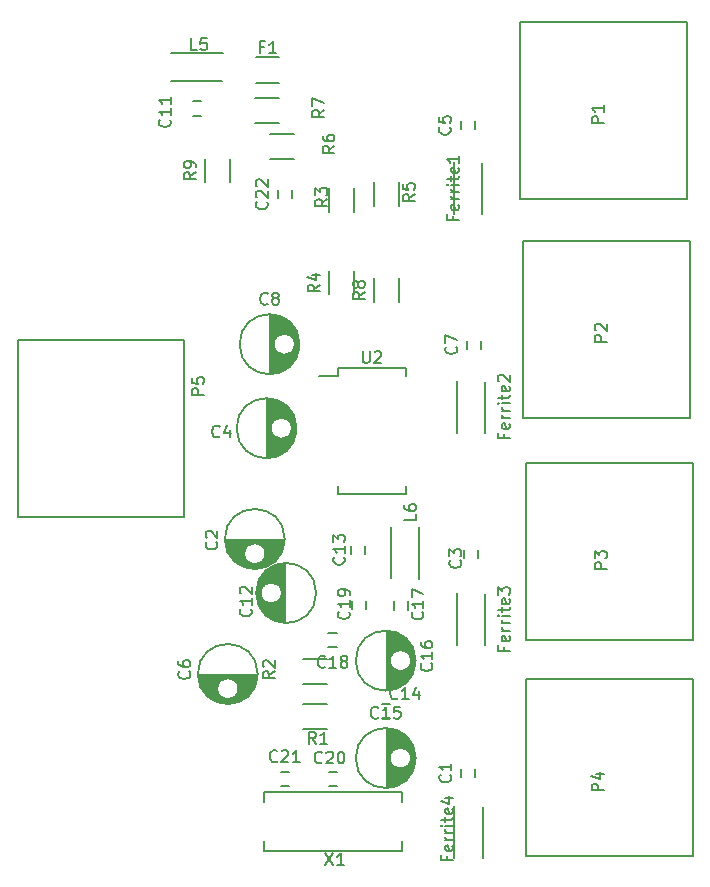
<source format=gbr>
G04 #@! TF.FileFunction,Legend,Top*
%FSLAX46Y46*%
G04 Gerber Fmt 4.6, Leading zero omitted, Abs format (unit mm)*
G04 Created by KiCad (PCBNEW 4.0.1-stable) date 11/24/2016 4:12:16 PM*
%MOMM*%
G01*
G04 APERTURE LIST*
%ADD10C,0.100000*%
%ADD11C,0.150000*%
G04 APERTURE END LIST*
D10*
D11*
X149437800Y-99425240D02*
X149437800Y-98725240D01*
X150637800Y-98725240D02*
X150637800Y-99425240D01*
X140167000Y-93527000D02*
X135169000Y-93527000D01*
X140159000Y-93667000D02*
X135177000Y-93667000D01*
X140143000Y-93807000D02*
X137763000Y-93807000D01*
X137573000Y-93807000D02*
X135193000Y-93807000D01*
X140119000Y-93947000D02*
X138158000Y-93947000D01*
X137178000Y-93947000D02*
X135217000Y-93947000D01*
X140086000Y-94087000D02*
X138325000Y-94087000D01*
X137011000Y-94087000D02*
X135250000Y-94087000D01*
X140045000Y-94227000D02*
X138432000Y-94227000D01*
X136904000Y-94227000D02*
X135291000Y-94227000D01*
X139995000Y-94367000D02*
X138503000Y-94367000D01*
X136833000Y-94367000D02*
X135341000Y-94367000D01*
X139934000Y-94507000D02*
X138547000Y-94507000D01*
X136789000Y-94507000D02*
X135402000Y-94507000D01*
X139864000Y-94647000D02*
X138566000Y-94647000D01*
X136770000Y-94647000D02*
X135472000Y-94647000D01*
X139782000Y-94787000D02*
X138564000Y-94787000D01*
X136772000Y-94787000D02*
X135554000Y-94787000D01*
X139687000Y-94927000D02*
X138539000Y-94927000D01*
X136797000Y-94927000D02*
X135649000Y-94927000D01*
X139576000Y-95067000D02*
X138491000Y-95067000D01*
X136845000Y-95067000D02*
X135760000Y-95067000D01*
X139448000Y-95207000D02*
X138413000Y-95207000D01*
X136923000Y-95207000D02*
X135888000Y-95207000D01*
X139299000Y-95347000D02*
X138296000Y-95347000D01*
X137040000Y-95347000D02*
X136037000Y-95347000D01*
X139120000Y-95487000D02*
X138108000Y-95487000D01*
X137228000Y-95487000D02*
X136216000Y-95487000D01*
X138901000Y-95627000D02*
X136435000Y-95627000D01*
X138612000Y-95767000D02*
X136724000Y-95767000D01*
X138140000Y-95907000D02*
X137196000Y-95907000D01*
X138568000Y-94702000D02*
G75*
G03X138568000Y-94702000I-900000J0D01*
G01*
X140205500Y-93452000D02*
G75*
G03X140205500Y-93452000I-2537500J0D01*
G01*
X155400000Y-95100000D02*
X155400000Y-94400000D01*
X156600000Y-94400000D02*
X156600000Y-95100000D01*
X138739000Y-81575000D02*
X138739000Y-86573000D01*
X138879000Y-81583000D02*
X138879000Y-86565000D01*
X139019000Y-81599000D02*
X139019000Y-83979000D01*
X139019000Y-84169000D02*
X139019000Y-86549000D01*
X139159000Y-81623000D02*
X139159000Y-83584000D01*
X139159000Y-84564000D02*
X139159000Y-86525000D01*
X139299000Y-81656000D02*
X139299000Y-83417000D01*
X139299000Y-84731000D02*
X139299000Y-86492000D01*
X139439000Y-81697000D02*
X139439000Y-83310000D01*
X139439000Y-84838000D02*
X139439000Y-86451000D01*
X139579000Y-81747000D02*
X139579000Y-83239000D01*
X139579000Y-84909000D02*
X139579000Y-86401000D01*
X139719000Y-81808000D02*
X139719000Y-83195000D01*
X139719000Y-84953000D02*
X139719000Y-86340000D01*
X139859000Y-81878000D02*
X139859000Y-83176000D01*
X139859000Y-84972000D02*
X139859000Y-86270000D01*
X139999000Y-81960000D02*
X139999000Y-83178000D01*
X139999000Y-84970000D02*
X139999000Y-86188000D01*
X140139000Y-82055000D02*
X140139000Y-83203000D01*
X140139000Y-84945000D02*
X140139000Y-86093000D01*
X140279000Y-82166000D02*
X140279000Y-83251000D01*
X140279000Y-84897000D02*
X140279000Y-85982000D01*
X140419000Y-82294000D02*
X140419000Y-83329000D01*
X140419000Y-84819000D02*
X140419000Y-85854000D01*
X140559000Y-82443000D02*
X140559000Y-83446000D01*
X140559000Y-84702000D02*
X140559000Y-85705000D01*
X140699000Y-82622000D02*
X140699000Y-83634000D01*
X140699000Y-84514000D02*
X140699000Y-85526000D01*
X140839000Y-82841000D02*
X140839000Y-85307000D01*
X140979000Y-83130000D02*
X140979000Y-85018000D01*
X141119000Y-83602000D02*
X141119000Y-84546000D01*
X140814000Y-84074000D02*
G75*
G03X140814000Y-84074000I-900000J0D01*
G01*
X141201500Y-84074000D02*
G75*
G03X141201500Y-84074000I-2537500J0D01*
G01*
X155102000Y-58770000D02*
X155102000Y-58070000D01*
X156302000Y-58070000D02*
X156302000Y-58770000D01*
X137881000Y-104957000D02*
X132883000Y-104957000D01*
X137873000Y-105097000D02*
X132891000Y-105097000D01*
X137857000Y-105237000D02*
X135477000Y-105237000D01*
X135287000Y-105237000D02*
X132907000Y-105237000D01*
X137833000Y-105377000D02*
X135872000Y-105377000D01*
X134892000Y-105377000D02*
X132931000Y-105377000D01*
X137800000Y-105517000D02*
X136039000Y-105517000D01*
X134725000Y-105517000D02*
X132964000Y-105517000D01*
X137759000Y-105657000D02*
X136146000Y-105657000D01*
X134618000Y-105657000D02*
X133005000Y-105657000D01*
X137709000Y-105797000D02*
X136217000Y-105797000D01*
X134547000Y-105797000D02*
X133055000Y-105797000D01*
X137648000Y-105937000D02*
X136261000Y-105937000D01*
X134503000Y-105937000D02*
X133116000Y-105937000D01*
X137578000Y-106077000D02*
X136280000Y-106077000D01*
X134484000Y-106077000D02*
X133186000Y-106077000D01*
X137496000Y-106217000D02*
X136278000Y-106217000D01*
X134486000Y-106217000D02*
X133268000Y-106217000D01*
X137401000Y-106357000D02*
X136253000Y-106357000D01*
X134511000Y-106357000D02*
X133363000Y-106357000D01*
X137290000Y-106497000D02*
X136205000Y-106497000D01*
X134559000Y-106497000D02*
X133474000Y-106497000D01*
X137162000Y-106637000D02*
X136127000Y-106637000D01*
X134637000Y-106637000D02*
X133602000Y-106637000D01*
X137013000Y-106777000D02*
X136010000Y-106777000D01*
X134754000Y-106777000D02*
X133751000Y-106777000D01*
X136834000Y-106917000D02*
X135822000Y-106917000D01*
X134942000Y-106917000D02*
X133930000Y-106917000D01*
X136615000Y-107057000D02*
X134149000Y-107057000D01*
X136326000Y-107197000D02*
X134438000Y-107197000D01*
X135854000Y-107337000D02*
X134910000Y-107337000D01*
X136282000Y-106132000D02*
G75*
G03X136282000Y-106132000I-900000J0D01*
G01*
X137919500Y-104882000D02*
G75*
G03X137919500Y-104882000I-2537500J0D01*
G01*
X138993000Y-74463000D02*
X138993000Y-79461000D01*
X139133000Y-74471000D02*
X139133000Y-79453000D01*
X139273000Y-74487000D02*
X139273000Y-76867000D01*
X139273000Y-77057000D02*
X139273000Y-79437000D01*
X139413000Y-74511000D02*
X139413000Y-76472000D01*
X139413000Y-77452000D02*
X139413000Y-79413000D01*
X139553000Y-74544000D02*
X139553000Y-76305000D01*
X139553000Y-77619000D02*
X139553000Y-79380000D01*
X139693000Y-74585000D02*
X139693000Y-76198000D01*
X139693000Y-77726000D02*
X139693000Y-79339000D01*
X139833000Y-74635000D02*
X139833000Y-76127000D01*
X139833000Y-77797000D02*
X139833000Y-79289000D01*
X139973000Y-74696000D02*
X139973000Y-76083000D01*
X139973000Y-77841000D02*
X139973000Y-79228000D01*
X140113000Y-74766000D02*
X140113000Y-76064000D01*
X140113000Y-77860000D02*
X140113000Y-79158000D01*
X140253000Y-74848000D02*
X140253000Y-76066000D01*
X140253000Y-77858000D02*
X140253000Y-79076000D01*
X140393000Y-74943000D02*
X140393000Y-76091000D01*
X140393000Y-77833000D02*
X140393000Y-78981000D01*
X140533000Y-75054000D02*
X140533000Y-76139000D01*
X140533000Y-77785000D02*
X140533000Y-78870000D01*
X140673000Y-75182000D02*
X140673000Y-76217000D01*
X140673000Y-77707000D02*
X140673000Y-78742000D01*
X140813000Y-75331000D02*
X140813000Y-76334000D01*
X140813000Y-77590000D02*
X140813000Y-78593000D01*
X140953000Y-75510000D02*
X140953000Y-76522000D01*
X140953000Y-77402000D02*
X140953000Y-78414000D01*
X141093000Y-75729000D02*
X141093000Y-78195000D01*
X141233000Y-76018000D02*
X141233000Y-77906000D01*
X141373000Y-76490000D02*
X141373000Y-77434000D01*
X141068000Y-76962000D02*
G75*
G03X141068000Y-76962000I-900000J0D01*
G01*
X141455500Y-76962000D02*
G75*
G03X141455500Y-76962000I-2537500J0D01*
G01*
X133100000Y-57600000D02*
X132400000Y-57600000D01*
X132400000Y-56400000D02*
X133100000Y-56400000D01*
X140244440Y-100522680D02*
X140244440Y-95524680D01*
X140104440Y-100514680D02*
X140104440Y-95532680D01*
X139964440Y-100498680D02*
X139964440Y-98118680D01*
X139964440Y-97928680D02*
X139964440Y-95548680D01*
X139824440Y-100474680D02*
X139824440Y-98513680D01*
X139824440Y-97533680D02*
X139824440Y-95572680D01*
X139684440Y-100441680D02*
X139684440Y-98680680D01*
X139684440Y-97366680D02*
X139684440Y-95605680D01*
X139544440Y-100400680D02*
X139544440Y-98787680D01*
X139544440Y-97259680D02*
X139544440Y-95646680D01*
X139404440Y-100350680D02*
X139404440Y-98858680D01*
X139404440Y-97188680D02*
X139404440Y-95696680D01*
X139264440Y-100289680D02*
X139264440Y-98902680D01*
X139264440Y-97144680D02*
X139264440Y-95757680D01*
X139124440Y-100219680D02*
X139124440Y-98921680D01*
X139124440Y-97125680D02*
X139124440Y-95827680D01*
X138984440Y-100137680D02*
X138984440Y-98919680D01*
X138984440Y-97127680D02*
X138984440Y-95909680D01*
X138844440Y-100042680D02*
X138844440Y-98894680D01*
X138844440Y-97152680D02*
X138844440Y-96004680D01*
X138704440Y-99931680D02*
X138704440Y-98846680D01*
X138704440Y-97200680D02*
X138704440Y-96115680D01*
X138564440Y-99803680D02*
X138564440Y-98768680D01*
X138564440Y-97278680D02*
X138564440Y-96243680D01*
X138424440Y-99654680D02*
X138424440Y-98651680D01*
X138424440Y-97395680D02*
X138424440Y-96392680D01*
X138284440Y-99475680D02*
X138284440Y-98463680D01*
X138284440Y-97583680D02*
X138284440Y-96571680D01*
X138144440Y-99256680D02*
X138144440Y-96790680D01*
X138004440Y-98967680D02*
X138004440Y-97079680D01*
X137864440Y-98495680D02*
X137864440Y-97551680D01*
X139969440Y-98023680D02*
G75*
G03X139969440Y-98023680I-900000J0D01*
G01*
X142856940Y-98023680D02*
G75*
G03X142856940Y-98023680I-2537500J0D01*
G01*
X145820840Y-94726240D02*
X145820840Y-94026240D01*
X147020840Y-94026240D02*
X147020840Y-94726240D01*
X148400000Y-107400000D02*
X149100000Y-107400000D01*
X149100000Y-108600000D02*
X148400000Y-108600000D01*
X148825000Y-109501000D02*
X148825000Y-114499000D01*
X148965000Y-109509000D02*
X148965000Y-114491000D01*
X149105000Y-109525000D02*
X149105000Y-111905000D01*
X149105000Y-112095000D02*
X149105000Y-114475000D01*
X149245000Y-109549000D02*
X149245000Y-111510000D01*
X149245000Y-112490000D02*
X149245000Y-114451000D01*
X149385000Y-109582000D02*
X149385000Y-111343000D01*
X149385000Y-112657000D02*
X149385000Y-114418000D01*
X149525000Y-109623000D02*
X149525000Y-111236000D01*
X149525000Y-112764000D02*
X149525000Y-114377000D01*
X149665000Y-109673000D02*
X149665000Y-111165000D01*
X149665000Y-112835000D02*
X149665000Y-114327000D01*
X149805000Y-109734000D02*
X149805000Y-111121000D01*
X149805000Y-112879000D02*
X149805000Y-114266000D01*
X149945000Y-109804000D02*
X149945000Y-111102000D01*
X149945000Y-112898000D02*
X149945000Y-114196000D01*
X150085000Y-109886000D02*
X150085000Y-111104000D01*
X150085000Y-112896000D02*
X150085000Y-114114000D01*
X150225000Y-109981000D02*
X150225000Y-111129000D01*
X150225000Y-112871000D02*
X150225000Y-114019000D01*
X150365000Y-110092000D02*
X150365000Y-111177000D01*
X150365000Y-112823000D02*
X150365000Y-113908000D01*
X150505000Y-110220000D02*
X150505000Y-111255000D01*
X150505000Y-112745000D02*
X150505000Y-113780000D01*
X150645000Y-110369000D02*
X150645000Y-111372000D01*
X150645000Y-112628000D02*
X150645000Y-113631000D01*
X150785000Y-110548000D02*
X150785000Y-111560000D01*
X150785000Y-112440000D02*
X150785000Y-113452000D01*
X150925000Y-110767000D02*
X150925000Y-113233000D01*
X151065000Y-111056000D02*
X151065000Y-112944000D01*
X151205000Y-111528000D02*
X151205000Y-112472000D01*
X150900000Y-112000000D02*
G75*
G03X150900000Y-112000000I-900000J0D01*
G01*
X151287500Y-112000000D02*
G75*
G03X151287500Y-112000000I-2537500J0D01*
G01*
X148825000Y-101251000D02*
X148825000Y-106249000D01*
X148965000Y-101259000D02*
X148965000Y-106241000D01*
X149105000Y-101275000D02*
X149105000Y-103655000D01*
X149105000Y-103845000D02*
X149105000Y-106225000D01*
X149245000Y-101299000D02*
X149245000Y-103260000D01*
X149245000Y-104240000D02*
X149245000Y-106201000D01*
X149385000Y-101332000D02*
X149385000Y-103093000D01*
X149385000Y-104407000D02*
X149385000Y-106168000D01*
X149525000Y-101373000D02*
X149525000Y-102986000D01*
X149525000Y-104514000D02*
X149525000Y-106127000D01*
X149665000Y-101423000D02*
X149665000Y-102915000D01*
X149665000Y-104585000D02*
X149665000Y-106077000D01*
X149805000Y-101484000D02*
X149805000Y-102871000D01*
X149805000Y-104629000D02*
X149805000Y-106016000D01*
X149945000Y-101554000D02*
X149945000Y-102852000D01*
X149945000Y-104648000D02*
X149945000Y-105946000D01*
X150085000Y-101636000D02*
X150085000Y-102854000D01*
X150085000Y-104646000D02*
X150085000Y-105864000D01*
X150225000Y-101731000D02*
X150225000Y-102879000D01*
X150225000Y-104621000D02*
X150225000Y-105769000D01*
X150365000Y-101842000D02*
X150365000Y-102927000D01*
X150365000Y-104573000D02*
X150365000Y-105658000D01*
X150505000Y-101970000D02*
X150505000Y-103005000D01*
X150505000Y-104495000D02*
X150505000Y-105530000D01*
X150645000Y-102119000D02*
X150645000Y-103122000D01*
X150645000Y-104378000D02*
X150645000Y-105381000D01*
X150785000Y-102298000D02*
X150785000Y-103310000D01*
X150785000Y-104190000D02*
X150785000Y-105202000D01*
X150925000Y-102517000D02*
X150925000Y-104983000D01*
X151065000Y-102806000D02*
X151065000Y-104694000D01*
X151205000Y-103278000D02*
X151205000Y-104222000D01*
X150900000Y-103750000D02*
G75*
G03X150900000Y-103750000I-900000J0D01*
G01*
X151287500Y-103750000D02*
G75*
G03X151287500Y-103750000I-2537500J0D01*
G01*
X144600000Y-102600000D02*
X143900000Y-102600000D01*
X143900000Y-101400000D02*
X144600000Y-101400000D01*
X147117360Y-98669360D02*
X147117360Y-99369360D01*
X145917360Y-99369360D02*
X145917360Y-98669360D01*
X144622000Y-114392000D02*
X143922000Y-114392000D01*
X143922000Y-113192000D02*
X144622000Y-113192000D01*
X139858000Y-113192000D02*
X140558000Y-113192000D01*
X140558000Y-114392000D02*
X139858000Y-114392000D01*
X139608000Y-64612000D02*
X139608000Y-63912000D01*
X140808000Y-63912000D02*
X140808000Y-64612000D01*
X130550360Y-52301120D02*
X134949640Y-52301120D01*
X130550360Y-54698880D02*
X134850580Y-54698880D01*
X151571960Y-92435680D02*
X151571960Y-96834960D01*
X149174200Y-92435680D02*
X149174200Y-96735900D01*
X141748000Y-107383000D02*
X143748000Y-107383000D01*
X143748000Y-109533000D02*
X141748000Y-109533000D01*
X141748000Y-103573000D02*
X143748000Y-103573000D01*
X143748000Y-105723000D02*
X141748000Y-105723000D01*
X143959000Y-65770000D02*
X143959000Y-63770000D01*
X146109000Y-63770000D02*
X146109000Y-65770000D01*
X146075000Y-70750000D02*
X146075000Y-72750000D01*
X143925000Y-72750000D02*
X143925000Y-70750000D01*
X149919000Y-63262000D02*
X149919000Y-65262000D01*
X147769000Y-65262000D02*
X147769000Y-63262000D01*
X140954000Y-61273000D02*
X138954000Y-61273000D01*
X138954000Y-59123000D02*
X140954000Y-59123000D01*
X139684000Y-58225000D02*
X137684000Y-58225000D01*
X137684000Y-56075000D02*
X139684000Y-56075000D01*
X149919000Y-71390000D02*
X149919000Y-73390000D01*
X147769000Y-73390000D02*
X147769000Y-71390000D01*
X135575000Y-61250000D02*
X135575000Y-63250000D01*
X133425000Y-63250000D02*
X133425000Y-61250000D01*
X144699000Y-79003000D02*
X144699000Y-79653000D01*
X150449000Y-79003000D02*
X150449000Y-79653000D01*
X150449000Y-89653000D02*
X150449000Y-89003000D01*
X144699000Y-89653000D02*
X144699000Y-89003000D01*
X144699000Y-79003000D02*
X150449000Y-79003000D01*
X144699000Y-89653000D02*
X150449000Y-89653000D01*
X144699000Y-79653000D02*
X143099000Y-79653000D01*
X150121620Y-114848640D02*
X138422380Y-114848640D01*
X138422380Y-119847360D02*
X150121620Y-119847360D01*
X138422380Y-114848640D02*
X138422380Y-115697000D01*
X138422380Y-119847360D02*
X138422380Y-118999000D01*
X150121620Y-114848640D02*
X150121620Y-115697000D01*
X150121620Y-119847360D02*
X150121620Y-118999000D01*
X139750000Y-54825000D02*
X137750000Y-54825000D01*
X137750000Y-52675000D02*
X139750000Y-52675000D01*
X154551120Y-120449640D02*
X154551120Y-116050360D01*
X156948880Y-120449640D02*
X156948880Y-116149420D01*
X155150000Y-113600000D02*
X155150000Y-112900000D01*
X156350000Y-112900000D02*
X156350000Y-113600000D01*
X155650000Y-77350000D02*
X155650000Y-76650000D01*
X156850000Y-76650000D02*
X156850000Y-77350000D01*
X154801120Y-102449640D02*
X154801120Y-98050360D01*
X157198880Y-102449640D02*
X157198880Y-98149420D01*
X154801120Y-84449640D02*
X154801120Y-80050360D01*
X157198880Y-84449640D02*
X157198880Y-80149420D01*
X160398880Y-68198140D02*
X174495880Y-68198140D01*
X174495880Y-83184140D02*
X160398880Y-83184140D01*
X160398880Y-68198140D02*
X160398880Y-83184140D01*
X174495880Y-68198140D02*
X174495880Y-83184140D01*
X160144880Y-49656140D02*
X174241880Y-49656140D01*
X174241880Y-64642140D02*
X160144880Y-64642140D01*
X160144880Y-49656140D02*
X160144880Y-64642140D01*
X174241880Y-49656140D02*
X174241880Y-64642140D01*
X160652880Y-86994140D02*
X174749880Y-86994140D01*
X174749880Y-101980140D02*
X160652880Y-101980140D01*
X160652880Y-86994140D02*
X160652880Y-101980140D01*
X174749880Y-86994140D02*
X174749880Y-101980140D01*
X160652880Y-105282140D02*
X174749880Y-105282140D01*
X174749880Y-120268140D02*
X160652880Y-120268140D01*
X160652880Y-105282140D02*
X160652880Y-120268140D01*
X174749880Y-105282140D02*
X174749880Y-120268140D01*
X131701120Y-91567860D02*
X117604120Y-91567860D01*
X117604120Y-76581860D02*
X131701120Y-76581860D01*
X131701120Y-91567860D02*
X131701120Y-76581860D01*
X117604120Y-91567860D02*
X117604120Y-76581860D01*
X154503120Y-65953640D02*
X154503120Y-61554360D01*
X156900880Y-65953640D02*
X156900880Y-61653420D01*
X151857143Y-99642857D02*
X151904762Y-99690476D01*
X151952381Y-99833333D01*
X151952381Y-99928571D01*
X151904762Y-100071429D01*
X151809524Y-100166667D01*
X151714286Y-100214286D01*
X151523810Y-100261905D01*
X151380952Y-100261905D01*
X151190476Y-100214286D01*
X151095238Y-100166667D01*
X151000000Y-100071429D01*
X150952381Y-99928571D01*
X150952381Y-99833333D01*
X151000000Y-99690476D01*
X151047619Y-99642857D01*
X151952381Y-98690476D02*
X151952381Y-99261905D01*
X151952381Y-98976191D02*
X150952381Y-98976191D01*
X151095238Y-99071429D01*
X151190476Y-99166667D01*
X151238095Y-99261905D01*
X150952381Y-98357143D02*
X150952381Y-97690476D01*
X151952381Y-98119048D01*
X134407143Y-93716666D02*
X134454762Y-93764285D01*
X134502381Y-93907142D01*
X134502381Y-94002380D01*
X134454762Y-94145238D01*
X134359524Y-94240476D01*
X134264286Y-94288095D01*
X134073810Y-94335714D01*
X133930952Y-94335714D01*
X133740476Y-94288095D01*
X133645238Y-94240476D01*
X133550000Y-94145238D01*
X133502381Y-94002380D01*
X133502381Y-93907142D01*
X133550000Y-93764285D01*
X133597619Y-93716666D01*
X133597619Y-93335714D02*
X133550000Y-93288095D01*
X133502381Y-93192857D01*
X133502381Y-92954761D01*
X133550000Y-92859523D01*
X133597619Y-92811904D01*
X133692857Y-92764285D01*
X133788095Y-92764285D01*
X133930952Y-92811904D01*
X134502381Y-93383333D01*
X134502381Y-92764285D01*
X155057143Y-95266666D02*
X155104762Y-95314285D01*
X155152381Y-95457142D01*
X155152381Y-95552380D01*
X155104762Y-95695238D01*
X155009524Y-95790476D01*
X154914286Y-95838095D01*
X154723810Y-95885714D01*
X154580952Y-95885714D01*
X154390476Y-95838095D01*
X154295238Y-95790476D01*
X154200000Y-95695238D01*
X154152381Y-95552380D01*
X154152381Y-95457142D01*
X154200000Y-95314285D01*
X154247619Y-95266666D01*
X154152381Y-94933333D02*
X154152381Y-94314285D01*
X154533333Y-94647619D01*
X154533333Y-94504761D01*
X154580952Y-94409523D01*
X154628571Y-94361904D01*
X154723810Y-94314285D01*
X154961905Y-94314285D01*
X155057143Y-94361904D01*
X155104762Y-94409523D01*
X155152381Y-94504761D01*
X155152381Y-94790476D01*
X155104762Y-94885714D01*
X155057143Y-94933333D01*
X134683334Y-84757143D02*
X134635715Y-84804762D01*
X134492858Y-84852381D01*
X134397620Y-84852381D01*
X134254762Y-84804762D01*
X134159524Y-84709524D01*
X134111905Y-84614286D01*
X134064286Y-84423810D01*
X134064286Y-84280952D01*
X134111905Y-84090476D01*
X134159524Y-83995238D01*
X134254762Y-83900000D01*
X134397620Y-83852381D01*
X134492858Y-83852381D01*
X134635715Y-83900000D01*
X134683334Y-83947619D01*
X135540477Y-84185714D02*
X135540477Y-84852381D01*
X135302381Y-83804762D02*
X135064286Y-84519048D01*
X135683334Y-84519048D01*
X154159143Y-58586666D02*
X154206762Y-58634285D01*
X154254381Y-58777142D01*
X154254381Y-58872380D01*
X154206762Y-59015238D01*
X154111524Y-59110476D01*
X154016286Y-59158095D01*
X153825810Y-59205714D01*
X153682952Y-59205714D01*
X153492476Y-59158095D01*
X153397238Y-59110476D01*
X153302000Y-59015238D01*
X153254381Y-58872380D01*
X153254381Y-58777142D01*
X153302000Y-58634285D01*
X153349619Y-58586666D01*
X153254381Y-57681904D02*
X153254381Y-58158095D01*
X153730571Y-58205714D01*
X153682952Y-58158095D01*
X153635333Y-58062857D01*
X153635333Y-57824761D01*
X153682952Y-57729523D01*
X153730571Y-57681904D01*
X153825810Y-57634285D01*
X154063905Y-57634285D01*
X154159143Y-57681904D01*
X154206762Y-57729523D01*
X154254381Y-57824761D01*
X154254381Y-58062857D01*
X154206762Y-58158095D01*
X154159143Y-58205714D01*
X132107143Y-104666666D02*
X132154762Y-104714285D01*
X132202381Y-104857142D01*
X132202381Y-104952380D01*
X132154762Y-105095238D01*
X132059524Y-105190476D01*
X131964286Y-105238095D01*
X131773810Y-105285714D01*
X131630952Y-105285714D01*
X131440476Y-105238095D01*
X131345238Y-105190476D01*
X131250000Y-105095238D01*
X131202381Y-104952380D01*
X131202381Y-104857142D01*
X131250000Y-104714285D01*
X131297619Y-104666666D01*
X131202381Y-103809523D02*
X131202381Y-104000000D01*
X131250000Y-104095238D01*
X131297619Y-104142857D01*
X131440476Y-104238095D01*
X131630952Y-104285714D01*
X132011905Y-104285714D01*
X132107143Y-104238095D01*
X132154762Y-104190476D01*
X132202381Y-104095238D01*
X132202381Y-103904761D01*
X132154762Y-103809523D01*
X132107143Y-103761904D01*
X132011905Y-103714285D01*
X131773810Y-103714285D01*
X131678571Y-103761904D01*
X131630952Y-103809523D01*
X131583333Y-103904761D01*
X131583333Y-104095238D01*
X131630952Y-104190476D01*
X131678571Y-104238095D01*
X131773810Y-104285714D01*
X138751334Y-73519143D02*
X138703715Y-73566762D01*
X138560858Y-73614381D01*
X138465620Y-73614381D01*
X138322762Y-73566762D01*
X138227524Y-73471524D01*
X138179905Y-73376286D01*
X138132286Y-73185810D01*
X138132286Y-73042952D01*
X138179905Y-72852476D01*
X138227524Y-72757238D01*
X138322762Y-72662000D01*
X138465620Y-72614381D01*
X138560858Y-72614381D01*
X138703715Y-72662000D01*
X138751334Y-72709619D01*
X139322762Y-73042952D02*
X139227524Y-72995333D01*
X139179905Y-72947714D01*
X139132286Y-72852476D01*
X139132286Y-72804857D01*
X139179905Y-72709619D01*
X139227524Y-72662000D01*
X139322762Y-72614381D01*
X139513239Y-72614381D01*
X139608477Y-72662000D01*
X139656096Y-72709619D01*
X139703715Y-72804857D01*
X139703715Y-72852476D01*
X139656096Y-72947714D01*
X139608477Y-72995333D01*
X139513239Y-73042952D01*
X139322762Y-73042952D01*
X139227524Y-73090571D01*
X139179905Y-73138190D01*
X139132286Y-73233429D01*
X139132286Y-73423905D01*
X139179905Y-73519143D01*
X139227524Y-73566762D01*
X139322762Y-73614381D01*
X139513239Y-73614381D01*
X139608477Y-73566762D01*
X139656096Y-73519143D01*
X139703715Y-73423905D01*
X139703715Y-73233429D01*
X139656096Y-73138190D01*
X139608477Y-73090571D01*
X139513239Y-73042952D01*
X130457143Y-57942857D02*
X130504762Y-57990476D01*
X130552381Y-58133333D01*
X130552381Y-58228571D01*
X130504762Y-58371429D01*
X130409524Y-58466667D01*
X130314286Y-58514286D01*
X130123810Y-58561905D01*
X129980952Y-58561905D01*
X129790476Y-58514286D01*
X129695238Y-58466667D01*
X129600000Y-58371429D01*
X129552381Y-58228571D01*
X129552381Y-58133333D01*
X129600000Y-57990476D01*
X129647619Y-57942857D01*
X130552381Y-56990476D02*
X130552381Y-57561905D01*
X130552381Y-57276191D02*
X129552381Y-57276191D01*
X129695238Y-57371429D01*
X129790476Y-57466667D01*
X129838095Y-57561905D01*
X130552381Y-56038095D02*
X130552381Y-56609524D01*
X130552381Y-56323810D02*
X129552381Y-56323810D01*
X129695238Y-56419048D01*
X129790476Y-56514286D01*
X129838095Y-56609524D01*
X137307143Y-99392857D02*
X137354762Y-99440476D01*
X137402381Y-99583333D01*
X137402381Y-99678571D01*
X137354762Y-99821429D01*
X137259524Y-99916667D01*
X137164286Y-99964286D01*
X136973810Y-100011905D01*
X136830952Y-100011905D01*
X136640476Y-99964286D01*
X136545238Y-99916667D01*
X136450000Y-99821429D01*
X136402381Y-99678571D01*
X136402381Y-99583333D01*
X136450000Y-99440476D01*
X136497619Y-99392857D01*
X137402381Y-98440476D02*
X137402381Y-99011905D01*
X137402381Y-98726191D02*
X136402381Y-98726191D01*
X136545238Y-98821429D01*
X136640476Y-98916667D01*
X136688095Y-99011905D01*
X136497619Y-98059524D02*
X136450000Y-98011905D01*
X136402381Y-97916667D01*
X136402381Y-97678571D01*
X136450000Y-97583333D01*
X136497619Y-97535714D01*
X136592857Y-97488095D01*
X136688095Y-97488095D01*
X136830952Y-97535714D01*
X137402381Y-98107143D01*
X137402381Y-97488095D01*
X145207143Y-94992857D02*
X145254762Y-95040476D01*
X145302381Y-95183333D01*
X145302381Y-95278571D01*
X145254762Y-95421429D01*
X145159524Y-95516667D01*
X145064286Y-95564286D01*
X144873810Y-95611905D01*
X144730952Y-95611905D01*
X144540476Y-95564286D01*
X144445238Y-95516667D01*
X144350000Y-95421429D01*
X144302381Y-95278571D01*
X144302381Y-95183333D01*
X144350000Y-95040476D01*
X144397619Y-94992857D01*
X145302381Y-94040476D02*
X145302381Y-94611905D01*
X145302381Y-94326191D02*
X144302381Y-94326191D01*
X144445238Y-94421429D01*
X144540476Y-94516667D01*
X144588095Y-94611905D01*
X144302381Y-93707143D02*
X144302381Y-93088095D01*
X144683333Y-93421429D01*
X144683333Y-93278571D01*
X144730952Y-93183333D01*
X144778571Y-93135714D01*
X144873810Y-93088095D01*
X145111905Y-93088095D01*
X145207143Y-93135714D01*
X145254762Y-93183333D01*
X145302381Y-93278571D01*
X145302381Y-93564286D01*
X145254762Y-93659524D01*
X145207143Y-93707143D01*
X149739143Y-106911143D02*
X149691524Y-106958762D01*
X149548667Y-107006381D01*
X149453429Y-107006381D01*
X149310571Y-106958762D01*
X149215333Y-106863524D01*
X149167714Y-106768286D01*
X149120095Y-106577810D01*
X149120095Y-106434952D01*
X149167714Y-106244476D01*
X149215333Y-106149238D01*
X149310571Y-106054000D01*
X149453429Y-106006381D01*
X149548667Y-106006381D01*
X149691524Y-106054000D01*
X149739143Y-106101619D01*
X150691524Y-107006381D02*
X150120095Y-107006381D01*
X150405809Y-107006381D02*
X150405809Y-106006381D01*
X150310571Y-106149238D01*
X150215333Y-106244476D01*
X150120095Y-106292095D01*
X151548667Y-106339714D02*
X151548667Y-107006381D01*
X151310571Y-105958762D02*
X151072476Y-106673048D01*
X151691524Y-106673048D01*
X148107143Y-108557143D02*
X148059524Y-108604762D01*
X147916667Y-108652381D01*
X147821429Y-108652381D01*
X147678571Y-108604762D01*
X147583333Y-108509524D01*
X147535714Y-108414286D01*
X147488095Y-108223810D01*
X147488095Y-108080952D01*
X147535714Y-107890476D01*
X147583333Y-107795238D01*
X147678571Y-107700000D01*
X147821429Y-107652381D01*
X147916667Y-107652381D01*
X148059524Y-107700000D01*
X148107143Y-107747619D01*
X149059524Y-108652381D02*
X148488095Y-108652381D01*
X148773809Y-108652381D02*
X148773809Y-107652381D01*
X148678571Y-107795238D01*
X148583333Y-107890476D01*
X148488095Y-107938095D01*
X149964286Y-107652381D02*
X149488095Y-107652381D01*
X149440476Y-108128571D01*
X149488095Y-108080952D01*
X149583333Y-108033333D01*
X149821429Y-108033333D01*
X149916667Y-108080952D01*
X149964286Y-108128571D01*
X150011905Y-108223810D01*
X150011905Y-108461905D01*
X149964286Y-108557143D01*
X149916667Y-108604762D01*
X149821429Y-108652381D01*
X149583333Y-108652381D01*
X149488095Y-108604762D01*
X149440476Y-108557143D01*
X152607143Y-103992857D02*
X152654762Y-104040476D01*
X152702381Y-104183333D01*
X152702381Y-104278571D01*
X152654762Y-104421429D01*
X152559524Y-104516667D01*
X152464286Y-104564286D01*
X152273810Y-104611905D01*
X152130952Y-104611905D01*
X151940476Y-104564286D01*
X151845238Y-104516667D01*
X151750000Y-104421429D01*
X151702381Y-104278571D01*
X151702381Y-104183333D01*
X151750000Y-104040476D01*
X151797619Y-103992857D01*
X152702381Y-103040476D02*
X152702381Y-103611905D01*
X152702381Y-103326191D02*
X151702381Y-103326191D01*
X151845238Y-103421429D01*
X151940476Y-103516667D01*
X151988095Y-103611905D01*
X151702381Y-102183333D02*
X151702381Y-102373810D01*
X151750000Y-102469048D01*
X151797619Y-102516667D01*
X151940476Y-102611905D01*
X152130952Y-102659524D01*
X152511905Y-102659524D01*
X152607143Y-102611905D01*
X152654762Y-102564286D01*
X152702381Y-102469048D01*
X152702381Y-102278571D01*
X152654762Y-102183333D01*
X152607143Y-102135714D01*
X152511905Y-102088095D01*
X152273810Y-102088095D01*
X152178571Y-102135714D01*
X152130952Y-102183333D01*
X152083333Y-102278571D01*
X152083333Y-102469048D01*
X152130952Y-102564286D01*
X152178571Y-102611905D01*
X152273810Y-102659524D01*
X143607143Y-104257143D02*
X143559524Y-104304762D01*
X143416667Y-104352381D01*
X143321429Y-104352381D01*
X143178571Y-104304762D01*
X143083333Y-104209524D01*
X143035714Y-104114286D01*
X142988095Y-103923810D01*
X142988095Y-103780952D01*
X143035714Y-103590476D01*
X143083333Y-103495238D01*
X143178571Y-103400000D01*
X143321429Y-103352381D01*
X143416667Y-103352381D01*
X143559524Y-103400000D01*
X143607143Y-103447619D01*
X144559524Y-104352381D02*
X143988095Y-104352381D01*
X144273809Y-104352381D02*
X144273809Y-103352381D01*
X144178571Y-103495238D01*
X144083333Y-103590476D01*
X143988095Y-103638095D01*
X145130952Y-103780952D02*
X145035714Y-103733333D01*
X144988095Y-103685714D01*
X144940476Y-103590476D01*
X144940476Y-103542857D01*
X144988095Y-103447619D01*
X145035714Y-103400000D01*
X145130952Y-103352381D01*
X145321429Y-103352381D01*
X145416667Y-103400000D01*
X145464286Y-103447619D01*
X145511905Y-103542857D01*
X145511905Y-103590476D01*
X145464286Y-103685714D01*
X145416667Y-103733333D01*
X145321429Y-103780952D01*
X145130952Y-103780952D01*
X145035714Y-103828571D01*
X144988095Y-103876190D01*
X144940476Y-103971429D01*
X144940476Y-104161905D01*
X144988095Y-104257143D01*
X145035714Y-104304762D01*
X145130952Y-104352381D01*
X145321429Y-104352381D01*
X145416667Y-104304762D01*
X145464286Y-104257143D01*
X145511905Y-104161905D01*
X145511905Y-103971429D01*
X145464286Y-103876190D01*
X145416667Y-103828571D01*
X145321429Y-103780952D01*
X145607143Y-99592857D02*
X145654762Y-99640476D01*
X145702381Y-99783333D01*
X145702381Y-99878571D01*
X145654762Y-100021429D01*
X145559524Y-100116667D01*
X145464286Y-100164286D01*
X145273810Y-100211905D01*
X145130952Y-100211905D01*
X144940476Y-100164286D01*
X144845238Y-100116667D01*
X144750000Y-100021429D01*
X144702381Y-99878571D01*
X144702381Y-99783333D01*
X144750000Y-99640476D01*
X144797619Y-99592857D01*
X145702381Y-98640476D02*
X145702381Y-99211905D01*
X145702381Y-98926191D02*
X144702381Y-98926191D01*
X144845238Y-99021429D01*
X144940476Y-99116667D01*
X144988095Y-99211905D01*
X145702381Y-98164286D02*
X145702381Y-97973810D01*
X145654762Y-97878571D01*
X145607143Y-97830952D01*
X145464286Y-97735714D01*
X145273810Y-97688095D01*
X144892857Y-97688095D01*
X144797619Y-97735714D01*
X144750000Y-97783333D01*
X144702381Y-97878571D01*
X144702381Y-98069048D01*
X144750000Y-98164286D01*
X144797619Y-98211905D01*
X144892857Y-98259524D01*
X145130952Y-98259524D01*
X145226190Y-98211905D01*
X145273810Y-98164286D01*
X145321429Y-98069048D01*
X145321429Y-97878571D01*
X145273810Y-97783333D01*
X145226190Y-97735714D01*
X145130952Y-97688095D01*
X143357143Y-112357143D02*
X143309524Y-112404762D01*
X143166667Y-112452381D01*
X143071429Y-112452381D01*
X142928571Y-112404762D01*
X142833333Y-112309524D01*
X142785714Y-112214286D01*
X142738095Y-112023810D01*
X142738095Y-111880952D01*
X142785714Y-111690476D01*
X142833333Y-111595238D01*
X142928571Y-111500000D01*
X143071429Y-111452381D01*
X143166667Y-111452381D01*
X143309524Y-111500000D01*
X143357143Y-111547619D01*
X143738095Y-111547619D02*
X143785714Y-111500000D01*
X143880952Y-111452381D01*
X144119048Y-111452381D01*
X144214286Y-111500000D01*
X144261905Y-111547619D01*
X144309524Y-111642857D01*
X144309524Y-111738095D01*
X144261905Y-111880952D01*
X143690476Y-112452381D01*
X144309524Y-112452381D01*
X144928571Y-111452381D02*
X145023810Y-111452381D01*
X145119048Y-111500000D01*
X145166667Y-111547619D01*
X145214286Y-111642857D01*
X145261905Y-111833333D01*
X145261905Y-112071429D01*
X145214286Y-112261905D01*
X145166667Y-112357143D01*
X145119048Y-112404762D01*
X145023810Y-112452381D01*
X144928571Y-112452381D01*
X144833333Y-112404762D01*
X144785714Y-112357143D01*
X144738095Y-112261905D01*
X144690476Y-112071429D01*
X144690476Y-111833333D01*
X144738095Y-111642857D01*
X144785714Y-111547619D01*
X144833333Y-111500000D01*
X144928571Y-111452381D01*
X139565143Y-112249143D02*
X139517524Y-112296762D01*
X139374667Y-112344381D01*
X139279429Y-112344381D01*
X139136571Y-112296762D01*
X139041333Y-112201524D01*
X138993714Y-112106286D01*
X138946095Y-111915810D01*
X138946095Y-111772952D01*
X138993714Y-111582476D01*
X139041333Y-111487238D01*
X139136571Y-111392000D01*
X139279429Y-111344381D01*
X139374667Y-111344381D01*
X139517524Y-111392000D01*
X139565143Y-111439619D01*
X139946095Y-111439619D02*
X139993714Y-111392000D01*
X140088952Y-111344381D01*
X140327048Y-111344381D01*
X140422286Y-111392000D01*
X140469905Y-111439619D01*
X140517524Y-111534857D01*
X140517524Y-111630095D01*
X140469905Y-111772952D01*
X139898476Y-112344381D01*
X140517524Y-112344381D01*
X141469905Y-112344381D02*
X140898476Y-112344381D01*
X141184190Y-112344381D02*
X141184190Y-111344381D01*
X141088952Y-111487238D01*
X140993714Y-111582476D01*
X140898476Y-111630095D01*
X138665143Y-64904857D02*
X138712762Y-64952476D01*
X138760381Y-65095333D01*
X138760381Y-65190571D01*
X138712762Y-65333429D01*
X138617524Y-65428667D01*
X138522286Y-65476286D01*
X138331810Y-65523905D01*
X138188952Y-65523905D01*
X137998476Y-65476286D01*
X137903238Y-65428667D01*
X137808000Y-65333429D01*
X137760381Y-65190571D01*
X137760381Y-65095333D01*
X137808000Y-64952476D01*
X137855619Y-64904857D01*
X137855619Y-64523905D02*
X137808000Y-64476286D01*
X137760381Y-64381048D01*
X137760381Y-64142952D01*
X137808000Y-64047714D01*
X137855619Y-64000095D01*
X137950857Y-63952476D01*
X138046095Y-63952476D01*
X138188952Y-64000095D01*
X138760381Y-64571524D01*
X138760381Y-63952476D01*
X137855619Y-63571524D02*
X137808000Y-63523905D01*
X137760381Y-63428667D01*
X137760381Y-63190571D01*
X137808000Y-63095333D01*
X137855619Y-63047714D01*
X137950857Y-63000095D01*
X138046095Y-63000095D01*
X138188952Y-63047714D01*
X138760381Y-63619143D01*
X138760381Y-63000095D01*
X132783334Y-52052381D02*
X132307143Y-52052381D01*
X132307143Y-51052381D01*
X133592858Y-51052381D02*
X133116667Y-51052381D01*
X133069048Y-51528571D01*
X133116667Y-51480952D01*
X133211905Y-51433333D01*
X133450001Y-51433333D01*
X133545239Y-51480952D01*
X133592858Y-51528571D01*
X133640477Y-51623810D01*
X133640477Y-51861905D01*
X133592858Y-51957143D01*
X133545239Y-52004762D01*
X133450001Y-52052381D01*
X133211905Y-52052381D01*
X133116667Y-52004762D01*
X133069048Y-51957143D01*
X151302381Y-91366666D02*
X151302381Y-91842857D01*
X150302381Y-91842857D01*
X150302381Y-90604761D02*
X150302381Y-90795238D01*
X150350000Y-90890476D01*
X150397619Y-90938095D01*
X150540476Y-91033333D01*
X150730952Y-91080952D01*
X151111905Y-91080952D01*
X151207143Y-91033333D01*
X151254762Y-90985714D01*
X151302381Y-90890476D01*
X151302381Y-90699999D01*
X151254762Y-90604761D01*
X151207143Y-90557142D01*
X151111905Y-90509523D01*
X150873810Y-90509523D01*
X150778571Y-90557142D01*
X150730952Y-90604761D01*
X150683333Y-90699999D01*
X150683333Y-90890476D01*
X150730952Y-90985714D01*
X150778571Y-91033333D01*
X150873810Y-91080952D01*
X142833334Y-110802381D02*
X142500000Y-110326190D01*
X142261905Y-110802381D02*
X142261905Y-109802381D01*
X142642858Y-109802381D01*
X142738096Y-109850000D01*
X142785715Y-109897619D01*
X142833334Y-109992857D01*
X142833334Y-110135714D01*
X142785715Y-110230952D01*
X142738096Y-110278571D01*
X142642858Y-110326190D01*
X142261905Y-110326190D01*
X143785715Y-110802381D02*
X143214286Y-110802381D01*
X143500000Y-110802381D02*
X143500000Y-109802381D01*
X143404762Y-109945238D01*
X143309524Y-110040476D01*
X143214286Y-110088095D01*
X139352381Y-104666666D02*
X138876190Y-105000000D01*
X139352381Y-105238095D02*
X138352381Y-105238095D01*
X138352381Y-104857142D01*
X138400000Y-104761904D01*
X138447619Y-104714285D01*
X138542857Y-104666666D01*
X138685714Y-104666666D01*
X138780952Y-104714285D01*
X138828571Y-104761904D01*
X138876190Y-104857142D01*
X138876190Y-105238095D01*
X138447619Y-104285714D02*
X138400000Y-104238095D01*
X138352381Y-104142857D01*
X138352381Y-103904761D01*
X138400000Y-103809523D01*
X138447619Y-103761904D01*
X138542857Y-103714285D01*
X138638095Y-103714285D01*
X138780952Y-103761904D01*
X139352381Y-104333333D01*
X139352381Y-103714285D01*
X143802381Y-64666666D02*
X143326190Y-65000000D01*
X143802381Y-65238095D02*
X142802381Y-65238095D01*
X142802381Y-64857142D01*
X142850000Y-64761904D01*
X142897619Y-64714285D01*
X142992857Y-64666666D01*
X143135714Y-64666666D01*
X143230952Y-64714285D01*
X143278571Y-64761904D01*
X143326190Y-64857142D01*
X143326190Y-65238095D01*
X142802381Y-64333333D02*
X142802381Y-63714285D01*
X143183333Y-64047619D01*
X143183333Y-63904761D01*
X143230952Y-63809523D01*
X143278571Y-63761904D01*
X143373810Y-63714285D01*
X143611905Y-63714285D01*
X143707143Y-63761904D01*
X143754762Y-63809523D01*
X143802381Y-63904761D01*
X143802381Y-64190476D01*
X143754762Y-64285714D01*
X143707143Y-64333333D01*
X143152381Y-71916666D02*
X142676190Y-72250000D01*
X143152381Y-72488095D02*
X142152381Y-72488095D01*
X142152381Y-72107142D01*
X142200000Y-72011904D01*
X142247619Y-71964285D01*
X142342857Y-71916666D01*
X142485714Y-71916666D01*
X142580952Y-71964285D01*
X142628571Y-72011904D01*
X142676190Y-72107142D01*
X142676190Y-72488095D01*
X142485714Y-71059523D02*
X143152381Y-71059523D01*
X142104762Y-71297619D02*
X142819048Y-71535714D01*
X142819048Y-70916666D01*
X151202381Y-64266666D02*
X150726190Y-64600000D01*
X151202381Y-64838095D02*
X150202381Y-64838095D01*
X150202381Y-64457142D01*
X150250000Y-64361904D01*
X150297619Y-64314285D01*
X150392857Y-64266666D01*
X150535714Y-64266666D01*
X150630952Y-64314285D01*
X150678571Y-64361904D01*
X150726190Y-64457142D01*
X150726190Y-64838095D01*
X150202381Y-63361904D02*
X150202381Y-63838095D01*
X150678571Y-63885714D01*
X150630952Y-63838095D01*
X150583333Y-63742857D01*
X150583333Y-63504761D01*
X150630952Y-63409523D01*
X150678571Y-63361904D01*
X150773810Y-63314285D01*
X151011905Y-63314285D01*
X151107143Y-63361904D01*
X151154762Y-63409523D01*
X151202381Y-63504761D01*
X151202381Y-63742857D01*
X151154762Y-63838095D01*
X151107143Y-63885714D01*
X144402381Y-60166666D02*
X143926190Y-60500000D01*
X144402381Y-60738095D02*
X143402381Y-60738095D01*
X143402381Y-60357142D01*
X143450000Y-60261904D01*
X143497619Y-60214285D01*
X143592857Y-60166666D01*
X143735714Y-60166666D01*
X143830952Y-60214285D01*
X143878571Y-60261904D01*
X143926190Y-60357142D01*
X143926190Y-60738095D01*
X143402381Y-59309523D02*
X143402381Y-59500000D01*
X143450000Y-59595238D01*
X143497619Y-59642857D01*
X143640476Y-59738095D01*
X143830952Y-59785714D01*
X144211905Y-59785714D01*
X144307143Y-59738095D01*
X144354762Y-59690476D01*
X144402381Y-59595238D01*
X144402381Y-59404761D01*
X144354762Y-59309523D01*
X144307143Y-59261904D01*
X144211905Y-59214285D01*
X143973810Y-59214285D01*
X143878571Y-59261904D01*
X143830952Y-59309523D01*
X143783333Y-59404761D01*
X143783333Y-59595238D01*
X143830952Y-59690476D01*
X143878571Y-59738095D01*
X143973810Y-59785714D01*
X143552381Y-57116666D02*
X143076190Y-57450000D01*
X143552381Y-57688095D02*
X142552381Y-57688095D01*
X142552381Y-57307142D01*
X142600000Y-57211904D01*
X142647619Y-57164285D01*
X142742857Y-57116666D01*
X142885714Y-57116666D01*
X142980952Y-57164285D01*
X143028571Y-57211904D01*
X143076190Y-57307142D01*
X143076190Y-57688095D01*
X142552381Y-56783333D02*
X142552381Y-56116666D01*
X143552381Y-56545238D01*
X146996381Y-72556666D02*
X146520190Y-72890000D01*
X146996381Y-73128095D02*
X145996381Y-73128095D01*
X145996381Y-72747142D01*
X146044000Y-72651904D01*
X146091619Y-72604285D01*
X146186857Y-72556666D01*
X146329714Y-72556666D01*
X146424952Y-72604285D01*
X146472571Y-72651904D01*
X146520190Y-72747142D01*
X146520190Y-73128095D01*
X146424952Y-71985238D02*
X146377333Y-72080476D01*
X146329714Y-72128095D01*
X146234476Y-72175714D01*
X146186857Y-72175714D01*
X146091619Y-72128095D01*
X146044000Y-72080476D01*
X145996381Y-71985238D01*
X145996381Y-71794761D01*
X146044000Y-71699523D01*
X146091619Y-71651904D01*
X146186857Y-71604285D01*
X146234476Y-71604285D01*
X146329714Y-71651904D01*
X146377333Y-71699523D01*
X146424952Y-71794761D01*
X146424952Y-71985238D01*
X146472571Y-72080476D01*
X146520190Y-72128095D01*
X146615429Y-72175714D01*
X146805905Y-72175714D01*
X146901143Y-72128095D01*
X146948762Y-72080476D01*
X146996381Y-71985238D01*
X146996381Y-71794761D01*
X146948762Y-71699523D01*
X146901143Y-71651904D01*
X146805905Y-71604285D01*
X146615429Y-71604285D01*
X146520190Y-71651904D01*
X146472571Y-71699523D01*
X146424952Y-71794761D01*
X132652381Y-62416666D02*
X132176190Y-62750000D01*
X132652381Y-62988095D02*
X131652381Y-62988095D01*
X131652381Y-62607142D01*
X131700000Y-62511904D01*
X131747619Y-62464285D01*
X131842857Y-62416666D01*
X131985714Y-62416666D01*
X132080952Y-62464285D01*
X132128571Y-62511904D01*
X132176190Y-62607142D01*
X132176190Y-62988095D01*
X132652381Y-61940476D02*
X132652381Y-61750000D01*
X132604762Y-61654761D01*
X132557143Y-61607142D01*
X132414286Y-61511904D01*
X132223810Y-61464285D01*
X131842857Y-61464285D01*
X131747619Y-61511904D01*
X131700000Y-61559523D01*
X131652381Y-61654761D01*
X131652381Y-61845238D01*
X131700000Y-61940476D01*
X131747619Y-61988095D01*
X131842857Y-62035714D01*
X132080952Y-62035714D01*
X132176190Y-61988095D01*
X132223810Y-61940476D01*
X132271429Y-61845238D01*
X132271429Y-61654761D01*
X132223810Y-61559523D01*
X132176190Y-61511904D01*
X132080952Y-61464285D01*
X146812095Y-77530381D02*
X146812095Y-78339905D01*
X146859714Y-78435143D01*
X146907333Y-78482762D01*
X147002571Y-78530381D01*
X147193048Y-78530381D01*
X147288286Y-78482762D01*
X147335905Y-78435143D01*
X147383524Y-78339905D01*
X147383524Y-77530381D01*
X147812095Y-77625619D02*
X147859714Y-77578000D01*
X147954952Y-77530381D01*
X148193048Y-77530381D01*
X148288286Y-77578000D01*
X148335905Y-77625619D01*
X148383524Y-77720857D01*
X148383524Y-77816095D01*
X148335905Y-77958952D01*
X147764476Y-78530381D01*
X148383524Y-78530381D01*
X143640476Y-120052381D02*
X144307143Y-121052381D01*
X144307143Y-120052381D02*
X143640476Y-121052381D01*
X145211905Y-121052381D02*
X144640476Y-121052381D01*
X144926190Y-121052381D02*
X144926190Y-120052381D01*
X144830952Y-120195238D01*
X144735714Y-120290476D01*
X144640476Y-120338095D01*
X138416667Y-51778571D02*
X138083333Y-51778571D01*
X138083333Y-52302381D02*
X138083333Y-51302381D01*
X138559524Y-51302381D01*
X139464286Y-52302381D02*
X138892857Y-52302381D01*
X139178571Y-52302381D02*
X139178571Y-51302381D01*
X139083333Y-51445238D01*
X138988095Y-51540476D01*
X138892857Y-51588095D01*
X153928571Y-120333333D02*
X153928571Y-120666667D01*
X154452381Y-120666667D02*
X153452381Y-120666667D01*
X153452381Y-120190476D01*
X154404762Y-119428571D02*
X154452381Y-119523809D01*
X154452381Y-119714286D01*
X154404762Y-119809524D01*
X154309524Y-119857143D01*
X153928571Y-119857143D01*
X153833333Y-119809524D01*
X153785714Y-119714286D01*
X153785714Y-119523809D01*
X153833333Y-119428571D01*
X153928571Y-119380952D01*
X154023810Y-119380952D01*
X154119048Y-119857143D01*
X154452381Y-118952381D02*
X153785714Y-118952381D01*
X153976190Y-118952381D02*
X153880952Y-118904762D01*
X153833333Y-118857143D01*
X153785714Y-118761905D01*
X153785714Y-118666666D01*
X154452381Y-118333333D02*
X153785714Y-118333333D01*
X153976190Y-118333333D02*
X153880952Y-118285714D01*
X153833333Y-118238095D01*
X153785714Y-118142857D01*
X153785714Y-118047618D01*
X154452381Y-117714285D02*
X153785714Y-117714285D01*
X153452381Y-117714285D02*
X153500000Y-117761904D01*
X153547619Y-117714285D01*
X153500000Y-117666666D01*
X153452381Y-117714285D01*
X153547619Y-117714285D01*
X153785714Y-117380952D02*
X153785714Y-117000000D01*
X153452381Y-117238095D02*
X154309524Y-117238095D01*
X154404762Y-117190476D01*
X154452381Y-117095238D01*
X154452381Y-117000000D01*
X154404762Y-116285713D02*
X154452381Y-116380951D01*
X154452381Y-116571428D01*
X154404762Y-116666666D01*
X154309524Y-116714285D01*
X153928571Y-116714285D01*
X153833333Y-116666666D01*
X153785714Y-116571428D01*
X153785714Y-116380951D01*
X153833333Y-116285713D01*
X153928571Y-116238094D01*
X154023810Y-116238094D01*
X154119048Y-116714285D01*
X153785714Y-115380951D02*
X154452381Y-115380951D01*
X153404762Y-115619047D02*
X154119048Y-115857142D01*
X154119048Y-115238094D01*
X154207143Y-113416666D02*
X154254762Y-113464285D01*
X154302381Y-113607142D01*
X154302381Y-113702380D01*
X154254762Y-113845238D01*
X154159524Y-113940476D01*
X154064286Y-113988095D01*
X153873810Y-114035714D01*
X153730952Y-114035714D01*
X153540476Y-113988095D01*
X153445238Y-113940476D01*
X153350000Y-113845238D01*
X153302381Y-113702380D01*
X153302381Y-113607142D01*
X153350000Y-113464285D01*
X153397619Y-113416666D01*
X154302381Y-112464285D02*
X154302381Y-113035714D01*
X154302381Y-112750000D02*
X153302381Y-112750000D01*
X153445238Y-112845238D01*
X153540476Y-112940476D01*
X153588095Y-113035714D01*
X154707143Y-77166666D02*
X154754762Y-77214285D01*
X154802381Y-77357142D01*
X154802381Y-77452380D01*
X154754762Y-77595238D01*
X154659524Y-77690476D01*
X154564286Y-77738095D01*
X154373810Y-77785714D01*
X154230952Y-77785714D01*
X154040476Y-77738095D01*
X153945238Y-77690476D01*
X153850000Y-77595238D01*
X153802381Y-77452380D01*
X153802381Y-77357142D01*
X153850000Y-77214285D01*
X153897619Y-77166666D01*
X153802381Y-76833333D02*
X153802381Y-76166666D01*
X154802381Y-76595238D01*
X158727651Y-102583333D02*
X158727651Y-102916667D01*
X159251461Y-102916667D02*
X158251461Y-102916667D01*
X158251461Y-102440476D01*
X159203842Y-101678571D02*
X159251461Y-101773809D01*
X159251461Y-101964286D01*
X159203842Y-102059524D01*
X159108604Y-102107143D01*
X158727651Y-102107143D01*
X158632413Y-102059524D01*
X158584794Y-101964286D01*
X158584794Y-101773809D01*
X158632413Y-101678571D01*
X158727651Y-101630952D01*
X158822890Y-101630952D01*
X158918128Y-102107143D01*
X159251461Y-101202381D02*
X158584794Y-101202381D01*
X158775270Y-101202381D02*
X158680032Y-101154762D01*
X158632413Y-101107143D01*
X158584794Y-101011905D01*
X158584794Y-100916666D01*
X159251461Y-100583333D02*
X158584794Y-100583333D01*
X158775270Y-100583333D02*
X158680032Y-100535714D01*
X158632413Y-100488095D01*
X158584794Y-100392857D01*
X158584794Y-100297618D01*
X159251461Y-99964285D02*
X158584794Y-99964285D01*
X158251461Y-99964285D02*
X158299080Y-100011904D01*
X158346699Y-99964285D01*
X158299080Y-99916666D01*
X158251461Y-99964285D01*
X158346699Y-99964285D01*
X158584794Y-99630952D02*
X158584794Y-99250000D01*
X158251461Y-99488095D02*
X159108604Y-99488095D01*
X159203842Y-99440476D01*
X159251461Y-99345238D01*
X159251461Y-99250000D01*
X159203842Y-98535713D02*
X159251461Y-98630951D01*
X159251461Y-98821428D01*
X159203842Y-98916666D01*
X159108604Y-98964285D01*
X158727651Y-98964285D01*
X158632413Y-98916666D01*
X158584794Y-98821428D01*
X158584794Y-98630951D01*
X158632413Y-98535713D01*
X158727651Y-98488094D01*
X158822890Y-98488094D01*
X158918128Y-98964285D01*
X158251461Y-98154761D02*
X158251461Y-97535713D01*
X158632413Y-97869047D01*
X158632413Y-97726189D01*
X158680032Y-97630951D01*
X158727651Y-97583332D01*
X158822890Y-97535713D01*
X159060985Y-97535713D01*
X159156223Y-97583332D01*
X159203842Y-97630951D01*
X159251461Y-97726189D01*
X159251461Y-98011904D01*
X159203842Y-98107142D01*
X159156223Y-98154761D01*
X158727651Y-84583333D02*
X158727651Y-84916667D01*
X159251461Y-84916667D02*
X158251461Y-84916667D01*
X158251461Y-84440476D01*
X159203842Y-83678571D02*
X159251461Y-83773809D01*
X159251461Y-83964286D01*
X159203842Y-84059524D01*
X159108604Y-84107143D01*
X158727651Y-84107143D01*
X158632413Y-84059524D01*
X158584794Y-83964286D01*
X158584794Y-83773809D01*
X158632413Y-83678571D01*
X158727651Y-83630952D01*
X158822890Y-83630952D01*
X158918128Y-84107143D01*
X159251461Y-83202381D02*
X158584794Y-83202381D01*
X158775270Y-83202381D02*
X158680032Y-83154762D01*
X158632413Y-83107143D01*
X158584794Y-83011905D01*
X158584794Y-82916666D01*
X159251461Y-82583333D02*
X158584794Y-82583333D01*
X158775270Y-82583333D02*
X158680032Y-82535714D01*
X158632413Y-82488095D01*
X158584794Y-82392857D01*
X158584794Y-82297618D01*
X159251461Y-81964285D02*
X158584794Y-81964285D01*
X158251461Y-81964285D02*
X158299080Y-82011904D01*
X158346699Y-81964285D01*
X158299080Y-81916666D01*
X158251461Y-81964285D01*
X158346699Y-81964285D01*
X158584794Y-81630952D02*
X158584794Y-81250000D01*
X158251461Y-81488095D02*
X159108604Y-81488095D01*
X159203842Y-81440476D01*
X159251461Y-81345238D01*
X159251461Y-81250000D01*
X159203842Y-80535713D02*
X159251461Y-80630951D01*
X159251461Y-80821428D01*
X159203842Y-80916666D01*
X159108604Y-80964285D01*
X158727651Y-80964285D01*
X158632413Y-80916666D01*
X158584794Y-80821428D01*
X158584794Y-80630951D01*
X158632413Y-80535713D01*
X158727651Y-80488094D01*
X158822890Y-80488094D01*
X158918128Y-80964285D01*
X158346699Y-80107142D02*
X158299080Y-80059523D01*
X158251461Y-79964285D01*
X158251461Y-79726189D01*
X158299080Y-79630951D01*
X158346699Y-79583332D01*
X158441937Y-79535713D01*
X158537175Y-79535713D01*
X158680032Y-79583332D01*
X159251461Y-80154761D01*
X159251461Y-79535713D01*
X167452381Y-76738095D02*
X166452381Y-76738095D01*
X166452381Y-76357142D01*
X166500000Y-76261904D01*
X166547619Y-76214285D01*
X166642857Y-76166666D01*
X166785714Y-76166666D01*
X166880952Y-76214285D01*
X166928571Y-76261904D01*
X166976190Y-76357142D01*
X166976190Y-76738095D01*
X166547619Y-75785714D02*
X166500000Y-75738095D01*
X166452381Y-75642857D01*
X166452381Y-75404761D01*
X166500000Y-75309523D01*
X166547619Y-75261904D01*
X166642857Y-75214285D01*
X166738095Y-75214285D01*
X166880952Y-75261904D01*
X167452381Y-75833333D01*
X167452381Y-75214285D01*
X167202381Y-58238095D02*
X166202381Y-58238095D01*
X166202381Y-57857142D01*
X166250000Y-57761904D01*
X166297619Y-57714285D01*
X166392857Y-57666666D01*
X166535714Y-57666666D01*
X166630952Y-57714285D01*
X166678571Y-57761904D01*
X166726190Y-57857142D01*
X166726190Y-58238095D01*
X167202381Y-56714285D02*
X167202381Y-57285714D01*
X167202381Y-57000000D02*
X166202381Y-57000000D01*
X166345238Y-57095238D01*
X166440476Y-57190476D01*
X166488095Y-57285714D01*
X167452381Y-95988095D02*
X166452381Y-95988095D01*
X166452381Y-95607142D01*
X166500000Y-95511904D01*
X166547619Y-95464285D01*
X166642857Y-95416666D01*
X166785714Y-95416666D01*
X166880952Y-95464285D01*
X166928571Y-95511904D01*
X166976190Y-95607142D01*
X166976190Y-95988095D01*
X166452381Y-95083333D02*
X166452381Y-94464285D01*
X166833333Y-94797619D01*
X166833333Y-94654761D01*
X166880952Y-94559523D01*
X166928571Y-94511904D01*
X167023810Y-94464285D01*
X167261905Y-94464285D01*
X167357143Y-94511904D01*
X167404762Y-94559523D01*
X167452381Y-94654761D01*
X167452381Y-94940476D01*
X167404762Y-95035714D01*
X167357143Y-95083333D01*
X167202381Y-114738095D02*
X166202381Y-114738095D01*
X166202381Y-114357142D01*
X166250000Y-114261904D01*
X166297619Y-114214285D01*
X166392857Y-114166666D01*
X166535714Y-114166666D01*
X166630952Y-114214285D01*
X166678571Y-114261904D01*
X166726190Y-114357142D01*
X166726190Y-114738095D01*
X166535714Y-113309523D02*
X167202381Y-113309523D01*
X166154762Y-113547619D02*
X166869048Y-113785714D01*
X166869048Y-113166666D01*
X133358381Y-81256095D02*
X132358381Y-81256095D01*
X132358381Y-80875142D01*
X132406000Y-80779904D01*
X132453619Y-80732285D01*
X132548857Y-80684666D01*
X132691714Y-80684666D01*
X132786952Y-80732285D01*
X132834571Y-80779904D01*
X132882190Y-80875142D01*
X132882190Y-81256095D01*
X132358381Y-79779904D02*
X132358381Y-80256095D01*
X132834571Y-80303714D01*
X132786952Y-80256095D01*
X132739333Y-80160857D01*
X132739333Y-79922761D01*
X132786952Y-79827523D01*
X132834571Y-79779904D01*
X132929810Y-79732285D01*
X133167905Y-79732285D01*
X133263143Y-79779904D01*
X133310762Y-79827523D01*
X133358381Y-79922761D01*
X133358381Y-80160857D01*
X133310762Y-80256095D01*
X133263143Y-80303714D01*
X154428571Y-66083333D02*
X154428571Y-66416667D01*
X154952381Y-66416667D02*
X153952381Y-66416667D01*
X153952381Y-65940476D01*
X154904762Y-65178571D02*
X154952381Y-65273809D01*
X154952381Y-65464286D01*
X154904762Y-65559524D01*
X154809524Y-65607143D01*
X154428571Y-65607143D01*
X154333333Y-65559524D01*
X154285714Y-65464286D01*
X154285714Y-65273809D01*
X154333333Y-65178571D01*
X154428571Y-65130952D01*
X154523810Y-65130952D01*
X154619048Y-65607143D01*
X154952381Y-64702381D02*
X154285714Y-64702381D01*
X154476190Y-64702381D02*
X154380952Y-64654762D01*
X154333333Y-64607143D01*
X154285714Y-64511905D01*
X154285714Y-64416666D01*
X154952381Y-64083333D02*
X154285714Y-64083333D01*
X154476190Y-64083333D02*
X154380952Y-64035714D01*
X154333333Y-63988095D01*
X154285714Y-63892857D01*
X154285714Y-63797618D01*
X154952381Y-63464285D02*
X154285714Y-63464285D01*
X153952381Y-63464285D02*
X154000000Y-63511904D01*
X154047619Y-63464285D01*
X154000000Y-63416666D01*
X153952381Y-63464285D01*
X154047619Y-63464285D01*
X154285714Y-63130952D02*
X154285714Y-62750000D01*
X153952381Y-62988095D02*
X154809524Y-62988095D01*
X154904762Y-62940476D01*
X154952381Y-62845238D01*
X154952381Y-62750000D01*
X154904762Y-62035713D02*
X154952381Y-62130951D01*
X154952381Y-62321428D01*
X154904762Y-62416666D01*
X154809524Y-62464285D01*
X154428571Y-62464285D01*
X154333333Y-62416666D01*
X154285714Y-62321428D01*
X154285714Y-62130951D01*
X154333333Y-62035713D01*
X154428571Y-61988094D01*
X154523810Y-61988094D01*
X154619048Y-62464285D01*
X154952381Y-61035713D02*
X154952381Y-61607142D01*
X154952381Y-61321428D02*
X153952381Y-61321428D01*
X154095238Y-61416666D01*
X154190476Y-61511904D01*
X154238095Y-61607142D01*
M02*

</source>
